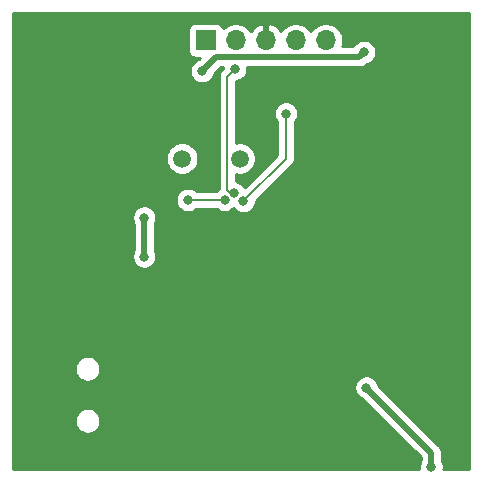
<source format=gbr>
G04 #@! TF.GenerationSoftware,KiCad,Pcbnew,5.1.5-52549c5~84~ubuntu18.04.1*
G04 #@! TF.CreationDate,2020-02-03T11:01:42+01:00*
G04 #@! TF.ProjectId,lab1,6c616231-2e6b-4696-9361-645f70636258,rev?*
G04 #@! TF.SameCoordinates,Original*
G04 #@! TF.FileFunction,Copper,L2,Bot*
G04 #@! TF.FilePolarity,Positive*
%FSLAX46Y46*%
G04 Gerber Fmt 4.6, Leading zero omitted, Abs format (unit mm)*
G04 Created by KiCad (PCBNEW 5.1.5-52549c5~84~ubuntu18.04.1) date 2020-02-03 11:01:42*
%MOMM*%
%LPD*%
G04 APERTURE LIST*
%ADD10O,1.700000X1.700000*%
%ADD11R,1.700000X1.700000*%
%ADD12C,1.500000*%
%ADD13C,0.800000*%
%ADD14C,0.500000*%
%ADD15C,0.200000*%
%ADD16C,0.254000*%
G04 APERTURE END LIST*
D10*
X278160000Y-232000000D03*
X275620000Y-232000000D03*
X273080000Y-232000000D03*
X270540000Y-232000000D03*
D11*
X268000000Y-232000000D03*
D12*
X266000000Y-242000000D03*
X270880000Y-242000000D03*
D13*
X281400000Y-233000000D03*
X262800000Y-247000000D03*
X262800000Y-250300000D03*
X267700000Y-234600000D03*
X281600000Y-261400000D03*
X287100000Y-268100000D03*
X270437296Y-244953249D03*
X270500000Y-234400000D03*
X269600000Y-245500000D03*
X266500000Y-245500000D03*
X255800000Y-246600000D03*
X262300000Y-254300000D03*
X278200000Y-256300000D03*
X271200000Y-245600000D03*
X274800000Y-238200000D03*
D14*
X281000001Y-233399999D02*
X281400000Y-233000000D01*
X262800000Y-247000000D02*
X262800000Y-250300000D01*
X267700000Y-234600000D02*
X268900001Y-233399999D01*
X268900001Y-233399999D02*
X281000001Y-233399999D01*
X281600000Y-261400000D02*
X287100000Y-266900000D01*
X287100000Y-266900000D02*
X287100000Y-268100000D01*
D15*
X269829999Y-235070001D02*
X269829999Y-244693997D01*
X270500000Y-234400000D02*
X269829999Y-235070001D01*
X269829999Y-244693997D02*
X270089251Y-244953249D01*
X270089251Y-244953249D02*
X270437296Y-244953249D01*
X266500000Y-245500000D02*
X269600000Y-245500000D01*
X274800000Y-242000000D02*
X271200000Y-245600000D01*
X274800000Y-238200000D02*
X274800000Y-242000000D01*
D16*
G36*
X290315001Y-268315000D02*
G01*
X288112511Y-268315000D01*
X288135000Y-268201939D01*
X288135000Y-267998061D01*
X288095226Y-267798102D01*
X288017205Y-267609744D01*
X287985000Y-267561546D01*
X287985000Y-266943469D01*
X287989281Y-266900000D01*
X287985000Y-266856531D01*
X287985000Y-266856523D01*
X287972195Y-266726510D01*
X287921589Y-266559686D01*
X287839411Y-266405941D01*
X287756532Y-266304953D01*
X287756530Y-266304951D01*
X287728817Y-266271183D01*
X287695051Y-266243472D01*
X282606535Y-261154957D01*
X282595226Y-261098102D01*
X282517205Y-260909744D01*
X282403937Y-260740226D01*
X282259774Y-260596063D01*
X282090256Y-260482795D01*
X281901898Y-260404774D01*
X281701939Y-260365000D01*
X281498061Y-260365000D01*
X281298102Y-260404774D01*
X281109744Y-260482795D01*
X280940226Y-260596063D01*
X280796063Y-260740226D01*
X280682795Y-260909744D01*
X280604774Y-261098102D01*
X280565000Y-261298061D01*
X280565000Y-261501939D01*
X280604774Y-261701898D01*
X280682795Y-261890256D01*
X280796063Y-262059774D01*
X280940226Y-262203937D01*
X281109744Y-262317205D01*
X281298102Y-262395226D01*
X281354957Y-262406535D01*
X286215000Y-267266579D01*
X286215001Y-267561545D01*
X286182795Y-267609744D01*
X286104774Y-267798102D01*
X286065000Y-267998061D01*
X286065000Y-268201939D01*
X286087489Y-268315000D01*
X251685000Y-268315000D01*
X251685000Y-264093137D01*
X256915000Y-264093137D01*
X256915000Y-264306863D01*
X256956696Y-264516483D01*
X257038485Y-264713940D01*
X257157225Y-264891647D01*
X257308353Y-265042775D01*
X257486060Y-265161515D01*
X257683517Y-265243304D01*
X257893137Y-265285000D01*
X258106863Y-265285000D01*
X258316483Y-265243304D01*
X258513940Y-265161515D01*
X258691647Y-265042775D01*
X258842775Y-264891647D01*
X258961515Y-264713940D01*
X259043304Y-264516483D01*
X259085000Y-264306863D01*
X259085000Y-264093137D01*
X259043304Y-263883517D01*
X258961515Y-263686060D01*
X258842775Y-263508353D01*
X258691647Y-263357225D01*
X258513940Y-263238485D01*
X258316483Y-263156696D01*
X258106863Y-263115000D01*
X257893137Y-263115000D01*
X257683517Y-263156696D01*
X257486060Y-263238485D01*
X257308353Y-263357225D01*
X257157225Y-263508353D01*
X257038485Y-263686060D01*
X256956696Y-263883517D01*
X256915000Y-264093137D01*
X251685000Y-264093137D01*
X251685000Y-259693137D01*
X256915000Y-259693137D01*
X256915000Y-259906863D01*
X256956696Y-260116483D01*
X257038485Y-260313940D01*
X257157225Y-260491647D01*
X257308353Y-260642775D01*
X257486060Y-260761515D01*
X257683517Y-260843304D01*
X257893137Y-260885000D01*
X258106863Y-260885000D01*
X258316483Y-260843304D01*
X258513940Y-260761515D01*
X258691647Y-260642775D01*
X258842775Y-260491647D01*
X258961515Y-260313940D01*
X259043304Y-260116483D01*
X259085000Y-259906863D01*
X259085000Y-259693137D01*
X259043304Y-259483517D01*
X258961515Y-259286060D01*
X258842775Y-259108353D01*
X258691647Y-258957225D01*
X258513940Y-258838485D01*
X258316483Y-258756696D01*
X258106863Y-258715000D01*
X257893137Y-258715000D01*
X257683517Y-258756696D01*
X257486060Y-258838485D01*
X257308353Y-258957225D01*
X257157225Y-259108353D01*
X257038485Y-259286060D01*
X256956696Y-259483517D01*
X256915000Y-259693137D01*
X251685000Y-259693137D01*
X251685000Y-246898061D01*
X261765000Y-246898061D01*
X261765000Y-247101939D01*
X261804774Y-247301898D01*
X261882795Y-247490256D01*
X261915000Y-247538455D01*
X261915001Y-249761544D01*
X261882795Y-249809744D01*
X261804774Y-249998102D01*
X261765000Y-250198061D01*
X261765000Y-250401939D01*
X261804774Y-250601898D01*
X261882795Y-250790256D01*
X261996063Y-250959774D01*
X262140226Y-251103937D01*
X262309744Y-251217205D01*
X262498102Y-251295226D01*
X262698061Y-251335000D01*
X262901939Y-251335000D01*
X263101898Y-251295226D01*
X263290256Y-251217205D01*
X263459774Y-251103937D01*
X263603937Y-250959774D01*
X263717205Y-250790256D01*
X263795226Y-250601898D01*
X263835000Y-250401939D01*
X263835000Y-250198061D01*
X263795226Y-249998102D01*
X263717205Y-249809744D01*
X263685000Y-249761546D01*
X263685000Y-247538454D01*
X263717205Y-247490256D01*
X263795226Y-247301898D01*
X263835000Y-247101939D01*
X263835000Y-246898061D01*
X263795226Y-246698102D01*
X263717205Y-246509744D01*
X263603937Y-246340226D01*
X263459774Y-246196063D01*
X263290256Y-246082795D01*
X263101898Y-246004774D01*
X262901939Y-245965000D01*
X262698061Y-245965000D01*
X262498102Y-246004774D01*
X262309744Y-246082795D01*
X262140226Y-246196063D01*
X261996063Y-246340226D01*
X261882795Y-246509744D01*
X261804774Y-246698102D01*
X261765000Y-246898061D01*
X251685000Y-246898061D01*
X251685000Y-245398061D01*
X265465000Y-245398061D01*
X265465000Y-245601939D01*
X265504774Y-245801898D01*
X265582795Y-245990256D01*
X265696063Y-246159774D01*
X265840226Y-246303937D01*
X266009744Y-246417205D01*
X266198102Y-246495226D01*
X266398061Y-246535000D01*
X266601939Y-246535000D01*
X266801898Y-246495226D01*
X266990256Y-246417205D01*
X267159774Y-246303937D01*
X267228711Y-246235000D01*
X268871289Y-246235000D01*
X268940226Y-246303937D01*
X269109744Y-246417205D01*
X269298102Y-246495226D01*
X269498061Y-246535000D01*
X269701939Y-246535000D01*
X269901898Y-246495226D01*
X270090256Y-246417205D01*
X270259774Y-246303937D01*
X270359163Y-246204548D01*
X270396063Y-246259774D01*
X270540226Y-246403937D01*
X270709744Y-246517205D01*
X270898102Y-246595226D01*
X271098061Y-246635000D01*
X271301939Y-246635000D01*
X271501898Y-246595226D01*
X271690256Y-246517205D01*
X271859774Y-246403937D01*
X272003937Y-246259774D01*
X272117205Y-246090256D01*
X272195226Y-245901898D01*
X272235000Y-245701939D01*
X272235000Y-245604446D01*
X275294193Y-242545254D01*
X275322238Y-242522238D01*
X275414087Y-242410320D01*
X275482337Y-242282633D01*
X275524365Y-242144085D01*
X275535000Y-242036105D01*
X275538556Y-242000000D01*
X275535000Y-241963895D01*
X275535000Y-238928711D01*
X275603937Y-238859774D01*
X275717205Y-238690256D01*
X275795226Y-238501898D01*
X275835000Y-238301939D01*
X275835000Y-238098061D01*
X275795226Y-237898102D01*
X275717205Y-237709744D01*
X275603937Y-237540226D01*
X275459774Y-237396063D01*
X275290256Y-237282795D01*
X275101898Y-237204774D01*
X274901939Y-237165000D01*
X274698061Y-237165000D01*
X274498102Y-237204774D01*
X274309744Y-237282795D01*
X274140226Y-237396063D01*
X273996063Y-237540226D01*
X273882795Y-237709744D01*
X273804774Y-237898102D01*
X273765000Y-238098061D01*
X273765000Y-238301939D01*
X273804774Y-238501898D01*
X273882795Y-238690256D01*
X273996063Y-238859774D01*
X274065000Y-238928711D01*
X274065001Y-241695552D01*
X271331694Y-244428860D01*
X271241233Y-244293475D01*
X271097070Y-244149312D01*
X270927552Y-244036044D01*
X270739194Y-243958023D01*
X270564999Y-243923374D01*
X270564999Y-243349476D01*
X270743589Y-243385000D01*
X271016411Y-243385000D01*
X271283989Y-243331775D01*
X271536043Y-243227371D01*
X271762886Y-243075799D01*
X271955799Y-242882886D01*
X272107371Y-242656043D01*
X272211775Y-242403989D01*
X272265000Y-242136411D01*
X272265000Y-241863589D01*
X272211775Y-241596011D01*
X272107371Y-241343957D01*
X271955799Y-241117114D01*
X271762886Y-240924201D01*
X271536043Y-240772629D01*
X271283989Y-240668225D01*
X271016411Y-240615000D01*
X270743589Y-240615000D01*
X270564999Y-240650524D01*
X270564999Y-235435000D01*
X270601939Y-235435000D01*
X270801898Y-235395226D01*
X270990256Y-235317205D01*
X271159774Y-235203937D01*
X271303937Y-235059774D01*
X271417205Y-234890256D01*
X271495226Y-234701898D01*
X271535000Y-234501939D01*
X271535000Y-234298061D01*
X271532402Y-234284999D01*
X280956532Y-234284999D01*
X281000001Y-234289280D01*
X281043470Y-234284999D01*
X281043478Y-234284999D01*
X281173491Y-234272194D01*
X281340314Y-234221588D01*
X281494060Y-234139410D01*
X281628818Y-234028816D01*
X281647506Y-234006045D01*
X281701898Y-233995226D01*
X281890256Y-233917205D01*
X282059774Y-233803937D01*
X282203937Y-233659774D01*
X282317205Y-233490256D01*
X282395226Y-233301898D01*
X282435000Y-233101939D01*
X282435000Y-232898061D01*
X282395226Y-232698102D01*
X282317205Y-232509744D01*
X282203937Y-232340226D01*
X282059774Y-232196063D01*
X281890256Y-232082795D01*
X281701898Y-232004774D01*
X281501939Y-231965000D01*
X281298061Y-231965000D01*
X281098102Y-232004774D01*
X280909744Y-232082795D01*
X280740226Y-232196063D01*
X280596063Y-232340226D01*
X280482795Y-232509744D01*
X280480618Y-232514999D01*
X279554032Y-232514999D01*
X279587932Y-232433158D01*
X279645000Y-232146260D01*
X279645000Y-231853740D01*
X279587932Y-231566842D01*
X279475990Y-231296589D01*
X279313475Y-231053368D01*
X279106632Y-230846525D01*
X278863411Y-230684010D01*
X278593158Y-230572068D01*
X278306260Y-230515000D01*
X278013740Y-230515000D01*
X277726842Y-230572068D01*
X277456589Y-230684010D01*
X277213368Y-230846525D01*
X277006525Y-231053368D01*
X276890000Y-231227760D01*
X276773475Y-231053368D01*
X276566632Y-230846525D01*
X276323411Y-230684010D01*
X276053158Y-230572068D01*
X275766260Y-230515000D01*
X275473740Y-230515000D01*
X275186842Y-230572068D01*
X274916589Y-230684010D01*
X274673368Y-230846525D01*
X274466525Y-231053368D01*
X274344805Y-231235534D01*
X274275178Y-231118645D01*
X274080269Y-230902412D01*
X273846920Y-230728359D01*
X273584099Y-230603175D01*
X273436890Y-230558524D01*
X273207000Y-230679845D01*
X273207000Y-231873000D01*
X273227000Y-231873000D01*
X273227000Y-232127000D01*
X273207000Y-232127000D01*
X273207000Y-232147000D01*
X272953000Y-232147000D01*
X272953000Y-232127000D01*
X272933000Y-232127000D01*
X272933000Y-231873000D01*
X272953000Y-231873000D01*
X272953000Y-230679845D01*
X272723110Y-230558524D01*
X272575901Y-230603175D01*
X272313080Y-230728359D01*
X272079731Y-230902412D01*
X271884822Y-231118645D01*
X271815195Y-231235534D01*
X271693475Y-231053368D01*
X271486632Y-230846525D01*
X271243411Y-230684010D01*
X270973158Y-230572068D01*
X270686260Y-230515000D01*
X270393740Y-230515000D01*
X270106842Y-230572068D01*
X269836589Y-230684010D01*
X269593368Y-230846525D01*
X269461513Y-230978380D01*
X269439502Y-230905820D01*
X269380537Y-230795506D01*
X269301185Y-230698815D01*
X269204494Y-230619463D01*
X269094180Y-230560498D01*
X268974482Y-230524188D01*
X268850000Y-230511928D01*
X267150000Y-230511928D01*
X267025518Y-230524188D01*
X266905820Y-230560498D01*
X266795506Y-230619463D01*
X266698815Y-230698815D01*
X266619463Y-230795506D01*
X266560498Y-230905820D01*
X266524188Y-231025518D01*
X266511928Y-231150000D01*
X266511928Y-232850000D01*
X266524188Y-232974482D01*
X266560498Y-233094180D01*
X266619463Y-233204494D01*
X266698815Y-233301185D01*
X266795506Y-233380537D01*
X266905820Y-233439502D01*
X267025518Y-233475812D01*
X267150000Y-233488072D01*
X267560350Y-233488072D01*
X267454957Y-233593465D01*
X267398102Y-233604774D01*
X267209744Y-233682795D01*
X267040226Y-233796063D01*
X266896063Y-233940226D01*
X266782795Y-234109744D01*
X266704774Y-234298102D01*
X266665000Y-234498061D01*
X266665000Y-234701939D01*
X266704774Y-234901898D01*
X266782795Y-235090256D01*
X266896063Y-235259774D01*
X267040226Y-235403937D01*
X267209744Y-235517205D01*
X267398102Y-235595226D01*
X267598061Y-235635000D01*
X267801939Y-235635000D01*
X268001898Y-235595226D01*
X268190256Y-235517205D01*
X268359774Y-235403937D01*
X268503937Y-235259774D01*
X268617205Y-235090256D01*
X268695226Y-234901898D01*
X268706535Y-234845043D01*
X269266580Y-234284999D01*
X269467598Y-234284999D01*
X269465000Y-234298061D01*
X269465000Y-234395554D01*
X269335807Y-234524747D01*
X269307761Y-234547764D01*
X269215912Y-234659682D01*
X269147662Y-234787369D01*
X269140700Y-234810320D01*
X269105634Y-234925916D01*
X269091443Y-235070001D01*
X269094999Y-235106106D01*
X269095000Y-244592647D01*
X268940226Y-244696063D01*
X268871289Y-244765000D01*
X267228711Y-244765000D01*
X267159774Y-244696063D01*
X266990256Y-244582795D01*
X266801898Y-244504774D01*
X266601939Y-244465000D01*
X266398061Y-244465000D01*
X266198102Y-244504774D01*
X266009744Y-244582795D01*
X265840226Y-244696063D01*
X265696063Y-244840226D01*
X265582795Y-245009744D01*
X265504774Y-245198102D01*
X265465000Y-245398061D01*
X251685000Y-245398061D01*
X251685000Y-241863589D01*
X264615000Y-241863589D01*
X264615000Y-242136411D01*
X264668225Y-242403989D01*
X264772629Y-242656043D01*
X264924201Y-242882886D01*
X265117114Y-243075799D01*
X265343957Y-243227371D01*
X265596011Y-243331775D01*
X265863589Y-243385000D01*
X266136411Y-243385000D01*
X266403989Y-243331775D01*
X266656043Y-243227371D01*
X266882886Y-243075799D01*
X267075799Y-242882886D01*
X267227371Y-242656043D01*
X267331775Y-242403989D01*
X267385000Y-242136411D01*
X267385000Y-241863589D01*
X267331775Y-241596011D01*
X267227371Y-241343957D01*
X267075799Y-241117114D01*
X266882886Y-240924201D01*
X266656043Y-240772629D01*
X266403989Y-240668225D01*
X266136411Y-240615000D01*
X265863589Y-240615000D01*
X265596011Y-240668225D01*
X265343957Y-240772629D01*
X265117114Y-240924201D01*
X264924201Y-241117114D01*
X264772629Y-241343957D01*
X264668225Y-241596011D01*
X264615000Y-241863589D01*
X251685000Y-241863589D01*
X251685000Y-229685000D01*
X290315000Y-229685000D01*
X290315001Y-268315000D01*
G37*
X290315001Y-268315000D02*
X288112511Y-268315000D01*
X288135000Y-268201939D01*
X288135000Y-267998061D01*
X288095226Y-267798102D01*
X288017205Y-267609744D01*
X287985000Y-267561546D01*
X287985000Y-266943469D01*
X287989281Y-266900000D01*
X287985000Y-266856531D01*
X287985000Y-266856523D01*
X287972195Y-266726510D01*
X287921589Y-266559686D01*
X287839411Y-266405941D01*
X287756532Y-266304953D01*
X287756530Y-266304951D01*
X287728817Y-266271183D01*
X287695051Y-266243472D01*
X282606535Y-261154957D01*
X282595226Y-261098102D01*
X282517205Y-260909744D01*
X282403937Y-260740226D01*
X282259774Y-260596063D01*
X282090256Y-260482795D01*
X281901898Y-260404774D01*
X281701939Y-260365000D01*
X281498061Y-260365000D01*
X281298102Y-260404774D01*
X281109744Y-260482795D01*
X280940226Y-260596063D01*
X280796063Y-260740226D01*
X280682795Y-260909744D01*
X280604774Y-261098102D01*
X280565000Y-261298061D01*
X280565000Y-261501939D01*
X280604774Y-261701898D01*
X280682795Y-261890256D01*
X280796063Y-262059774D01*
X280940226Y-262203937D01*
X281109744Y-262317205D01*
X281298102Y-262395226D01*
X281354957Y-262406535D01*
X286215000Y-267266579D01*
X286215001Y-267561545D01*
X286182795Y-267609744D01*
X286104774Y-267798102D01*
X286065000Y-267998061D01*
X286065000Y-268201939D01*
X286087489Y-268315000D01*
X251685000Y-268315000D01*
X251685000Y-264093137D01*
X256915000Y-264093137D01*
X256915000Y-264306863D01*
X256956696Y-264516483D01*
X257038485Y-264713940D01*
X257157225Y-264891647D01*
X257308353Y-265042775D01*
X257486060Y-265161515D01*
X257683517Y-265243304D01*
X257893137Y-265285000D01*
X258106863Y-265285000D01*
X258316483Y-265243304D01*
X258513940Y-265161515D01*
X258691647Y-265042775D01*
X258842775Y-264891647D01*
X258961515Y-264713940D01*
X259043304Y-264516483D01*
X259085000Y-264306863D01*
X259085000Y-264093137D01*
X259043304Y-263883517D01*
X258961515Y-263686060D01*
X258842775Y-263508353D01*
X258691647Y-263357225D01*
X258513940Y-263238485D01*
X258316483Y-263156696D01*
X258106863Y-263115000D01*
X257893137Y-263115000D01*
X257683517Y-263156696D01*
X257486060Y-263238485D01*
X257308353Y-263357225D01*
X257157225Y-263508353D01*
X257038485Y-263686060D01*
X256956696Y-263883517D01*
X256915000Y-264093137D01*
X251685000Y-264093137D01*
X251685000Y-259693137D01*
X256915000Y-259693137D01*
X256915000Y-259906863D01*
X256956696Y-260116483D01*
X257038485Y-260313940D01*
X257157225Y-260491647D01*
X257308353Y-260642775D01*
X257486060Y-260761515D01*
X257683517Y-260843304D01*
X257893137Y-260885000D01*
X258106863Y-260885000D01*
X258316483Y-260843304D01*
X258513940Y-260761515D01*
X258691647Y-260642775D01*
X258842775Y-260491647D01*
X258961515Y-260313940D01*
X259043304Y-260116483D01*
X259085000Y-259906863D01*
X259085000Y-259693137D01*
X259043304Y-259483517D01*
X258961515Y-259286060D01*
X258842775Y-259108353D01*
X258691647Y-258957225D01*
X258513940Y-258838485D01*
X258316483Y-258756696D01*
X258106863Y-258715000D01*
X257893137Y-258715000D01*
X257683517Y-258756696D01*
X257486060Y-258838485D01*
X257308353Y-258957225D01*
X257157225Y-259108353D01*
X257038485Y-259286060D01*
X256956696Y-259483517D01*
X256915000Y-259693137D01*
X251685000Y-259693137D01*
X251685000Y-246898061D01*
X261765000Y-246898061D01*
X261765000Y-247101939D01*
X261804774Y-247301898D01*
X261882795Y-247490256D01*
X261915000Y-247538455D01*
X261915001Y-249761544D01*
X261882795Y-249809744D01*
X261804774Y-249998102D01*
X261765000Y-250198061D01*
X261765000Y-250401939D01*
X261804774Y-250601898D01*
X261882795Y-250790256D01*
X261996063Y-250959774D01*
X262140226Y-251103937D01*
X262309744Y-251217205D01*
X262498102Y-251295226D01*
X262698061Y-251335000D01*
X262901939Y-251335000D01*
X263101898Y-251295226D01*
X263290256Y-251217205D01*
X263459774Y-251103937D01*
X263603937Y-250959774D01*
X263717205Y-250790256D01*
X263795226Y-250601898D01*
X263835000Y-250401939D01*
X263835000Y-250198061D01*
X263795226Y-249998102D01*
X263717205Y-249809744D01*
X263685000Y-249761546D01*
X263685000Y-247538454D01*
X263717205Y-247490256D01*
X263795226Y-247301898D01*
X263835000Y-247101939D01*
X263835000Y-246898061D01*
X263795226Y-246698102D01*
X263717205Y-246509744D01*
X263603937Y-246340226D01*
X263459774Y-246196063D01*
X263290256Y-246082795D01*
X263101898Y-246004774D01*
X262901939Y-245965000D01*
X262698061Y-245965000D01*
X262498102Y-246004774D01*
X262309744Y-246082795D01*
X262140226Y-246196063D01*
X261996063Y-246340226D01*
X261882795Y-246509744D01*
X261804774Y-246698102D01*
X261765000Y-246898061D01*
X251685000Y-246898061D01*
X251685000Y-245398061D01*
X265465000Y-245398061D01*
X265465000Y-245601939D01*
X265504774Y-245801898D01*
X265582795Y-245990256D01*
X265696063Y-246159774D01*
X265840226Y-246303937D01*
X266009744Y-246417205D01*
X266198102Y-246495226D01*
X266398061Y-246535000D01*
X266601939Y-246535000D01*
X266801898Y-246495226D01*
X266990256Y-246417205D01*
X267159774Y-246303937D01*
X267228711Y-246235000D01*
X268871289Y-246235000D01*
X268940226Y-246303937D01*
X269109744Y-246417205D01*
X269298102Y-246495226D01*
X269498061Y-246535000D01*
X269701939Y-246535000D01*
X269901898Y-246495226D01*
X270090256Y-246417205D01*
X270259774Y-246303937D01*
X270359163Y-246204548D01*
X270396063Y-246259774D01*
X270540226Y-246403937D01*
X270709744Y-246517205D01*
X270898102Y-246595226D01*
X271098061Y-246635000D01*
X271301939Y-246635000D01*
X271501898Y-246595226D01*
X271690256Y-246517205D01*
X271859774Y-246403937D01*
X272003937Y-246259774D01*
X272117205Y-246090256D01*
X272195226Y-245901898D01*
X272235000Y-245701939D01*
X272235000Y-245604446D01*
X275294193Y-242545254D01*
X275322238Y-242522238D01*
X275414087Y-242410320D01*
X275482337Y-242282633D01*
X275524365Y-242144085D01*
X275535000Y-242036105D01*
X275538556Y-242000000D01*
X275535000Y-241963895D01*
X275535000Y-238928711D01*
X275603937Y-238859774D01*
X275717205Y-238690256D01*
X275795226Y-238501898D01*
X275835000Y-238301939D01*
X275835000Y-238098061D01*
X275795226Y-237898102D01*
X275717205Y-237709744D01*
X275603937Y-237540226D01*
X275459774Y-237396063D01*
X275290256Y-237282795D01*
X275101898Y-237204774D01*
X274901939Y-237165000D01*
X274698061Y-237165000D01*
X274498102Y-237204774D01*
X274309744Y-237282795D01*
X274140226Y-237396063D01*
X273996063Y-237540226D01*
X273882795Y-237709744D01*
X273804774Y-237898102D01*
X273765000Y-238098061D01*
X273765000Y-238301939D01*
X273804774Y-238501898D01*
X273882795Y-238690256D01*
X273996063Y-238859774D01*
X274065000Y-238928711D01*
X274065001Y-241695552D01*
X271331694Y-244428860D01*
X271241233Y-244293475D01*
X271097070Y-244149312D01*
X270927552Y-244036044D01*
X270739194Y-243958023D01*
X270564999Y-243923374D01*
X270564999Y-243349476D01*
X270743589Y-243385000D01*
X271016411Y-243385000D01*
X271283989Y-243331775D01*
X271536043Y-243227371D01*
X271762886Y-243075799D01*
X271955799Y-242882886D01*
X272107371Y-242656043D01*
X272211775Y-242403989D01*
X272265000Y-242136411D01*
X272265000Y-241863589D01*
X272211775Y-241596011D01*
X272107371Y-241343957D01*
X271955799Y-241117114D01*
X271762886Y-240924201D01*
X271536043Y-240772629D01*
X271283989Y-240668225D01*
X271016411Y-240615000D01*
X270743589Y-240615000D01*
X270564999Y-240650524D01*
X270564999Y-235435000D01*
X270601939Y-235435000D01*
X270801898Y-235395226D01*
X270990256Y-235317205D01*
X271159774Y-235203937D01*
X271303937Y-235059774D01*
X271417205Y-234890256D01*
X271495226Y-234701898D01*
X271535000Y-234501939D01*
X271535000Y-234298061D01*
X271532402Y-234284999D01*
X280956532Y-234284999D01*
X281000001Y-234289280D01*
X281043470Y-234284999D01*
X281043478Y-234284999D01*
X281173491Y-234272194D01*
X281340314Y-234221588D01*
X281494060Y-234139410D01*
X281628818Y-234028816D01*
X281647506Y-234006045D01*
X281701898Y-233995226D01*
X281890256Y-233917205D01*
X282059774Y-233803937D01*
X282203937Y-233659774D01*
X282317205Y-233490256D01*
X282395226Y-233301898D01*
X282435000Y-233101939D01*
X282435000Y-232898061D01*
X282395226Y-232698102D01*
X282317205Y-232509744D01*
X282203937Y-232340226D01*
X282059774Y-232196063D01*
X281890256Y-232082795D01*
X281701898Y-232004774D01*
X281501939Y-231965000D01*
X281298061Y-231965000D01*
X281098102Y-232004774D01*
X280909744Y-232082795D01*
X280740226Y-232196063D01*
X280596063Y-232340226D01*
X280482795Y-232509744D01*
X280480618Y-232514999D01*
X279554032Y-232514999D01*
X279587932Y-232433158D01*
X279645000Y-232146260D01*
X279645000Y-231853740D01*
X279587932Y-231566842D01*
X279475990Y-231296589D01*
X279313475Y-231053368D01*
X279106632Y-230846525D01*
X278863411Y-230684010D01*
X278593158Y-230572068D01*
X278306260Y-230515000D01*
X278013740Y-230515000D01*
X277726842Y-230572068D01*
X277456589Y-230684010D01*
X277213368Y-230846525D01*
X277006525Y-231053368D01*
X276890000Y-231227760D01*
X276773475Y-231053368D01*
X276566632Y-230846525D01*
X276323411Y-230684010D01*
X276053158Y-230572068D01*
X275766260Y-230515000D01*
X275473740Y-230515000D01*
X275186842Y-230572068D01*
X274916589Y-230684010D01*
X274673368Y-230846525D01*
X274466525Y-231053368D01*
X274344805Y-231235534D01*
X274275178Y-231118645D01*
X274080269Y-230902412D01*
X273846920Y-230728359D01*
X273584099Y-230603175D01*
X273436890Y-230558524D01*
X273207000Y-230679845D01*
X273207000Y-231873000D01*
X273227000Y-231873000D01*
X273227000Y-232127000D01*
X273207000Y-232127000D01*
X273207000Y-232147000D01*
X272953000Y-232147000D01*
X272953000Y-232127000D01*
X272933000Y-232127000D01*
X272933000Y-231873000D01*
X272953000Y-231873000D01*
X272953000Y-230679845D01*
X272723110Y-230558524D01*
X272575901Y-230603175D01*
X272313080Y-230728359D01*
X272079731Y-230902412D01*
X271884822Y-231118645D01*
X271815195Y-231235534D01*
X271693475Y-231053368D01*
X271486632Y-230846525D01*
X271243411Y-230684010D01*
X270973158Y-230572068D01*
X270686260Y-230515000D01*
X270393740Y-230515000D01*
X270106842Y-230572068D01*
X269836589Y-230684010D01*
X269593368Y-230846525D01*
X269461513Y-230978380D01*
X269439502Y-230905820D01*
X269380537Y-230795506D01*
X269301185Y-230698815D01*
X269204494Y-230619463D01*
X269094180Y-230560498D01*
X268974482Y-230524188D01*
X268850000Y-230511928D01*
X267150000Y-230511928D01*
X267025518Y-230524188D01*
X266905820Y-230560498D01*
X266795506Y-230619463D01*
X266698815Y-230698815D01*
X266619463Y-230795506D01*
X266560498Y-230905820D01*
X266524188Y-231025518D01*
X266511928Y-231150000D01*
X266511928Y-232850000D01*
X266524188Y-232974482D01*
X266560498Y-233094180D01*
X266619463Y-233204494D01*
X266698815Y-233301185D01*
X266795506Y-233380537D01*
X266905820Y-233439502D01*
X267025518Y-233475812D01*
X267150000Y-233488072D01*
X267560350Y-233488072D01*
X267454957Y-233593465D01*
X267398102Y-233604774D01*
X267209744Y-233682795D01*
X267040226Y-233796063D01*
X266896063Y-233940226D01*
X266782795Y-234109744D01*
X266704774Y-234298102D01*
X266665000Y-234498061D01*
X266665000Y-234701939D01*
X266704774Y-234901898D01*
X266782795Y-235090256D01*
X266896063Y-235259774D01*
X267040226Y-235403937D01*
X267209744Y-235517205D01*
X267398102Y-235595226D01*
X267598061Y-235635000D01*
X267801939Y-235635000D01*
X268001898Y-235595226D01*
X268190256Y-235517205D01*
X268359774Y-235403937D01*
X268503937Y-235259774D01*
X268617205Y-235090256D01*
X268695226Y-234901898D01*
X268706535Y-234845043D01*
X269266580Y-234284999D01*
X269467598Y-234284999D01*
X269465000Y-234298061D01*
X269465000Y-234395554D01*
X269335807Y-234524747D01*
X269307761Y-234547764D01*
X269215912Y-234659682D01*
X269147662Y-234787369D01*
X269140700Y-234810320D01*
X269105634Y-234925916D01*
X269091443Y-235070001D01*
X269094999Y-235106106D01*
X269095000Y-244592647D01*
X268940226Y-244696063D01*
X268871289Y-244765000D01*
X267228711Y-244765000D01*
X267159774Y-244696063D01*
X266990256Y-244582795D01*
X266801898Y-244504774D01*
X266601939Y-244465000D01*
X266398061Y-244465000D01*
X266198102Y-244504774D01*
X266009744Y-244582795D01*
X265840226Y-244696063D01*
X265696063Y-244840226D01*
X265582795Y-245009744D01*
X265504774Y-245198102D01*
X265465000Y-245398061D01*
X251685000Y-245398061D01*
X251685000Y-241863589D01*
X264615000Y-241863589D01*
X264615000Y-242136411D01*
X264668225Y-242403989D01*
X264772629Y-242656043D01*
X264924201Y-242882886D01*
X265117114Y-243075799D01*
X265343957Y-243227371D01*
X265596011Y-243331775D01*
X265863589Y-243385000D01*
X266136411Y-243385000D01*
X266403989Y-243331775D01*
X266656043Y-243227371D01*
X266882886Y-243075799D01*
X267075799Y-242882886D01*
X267227371Y-242656043D01*
X267331775Y-242403989D01*
X267385000Y-242136411D01*
X267385000Y-241863589D01*
X267331775Y-241596011D01*
X267227371Y-241343957D01*
X267075799Y-241117114D01*
X266882886Y-240924201D01*
X266656043Y-240772629D01*
X266403989Y-240668225D01*
X266136411Y-240615000D01*
X265863589Y-240615000D01*
X265596011Y-240668225D01*
X265343957Y-240772629D01*
X265117114Y-240924201D01*
X264924201Y-241117114D01*
X264772629Y-241343957D01*
X264668225Y-241596011D01*
X264615000Y-241863589D01*
X251685000Y-241863589D01*
X251685000Y-229685000D01*
X290315000Y-229685000D01*
X290315001Y-268315000D01*
M02*

</source>
